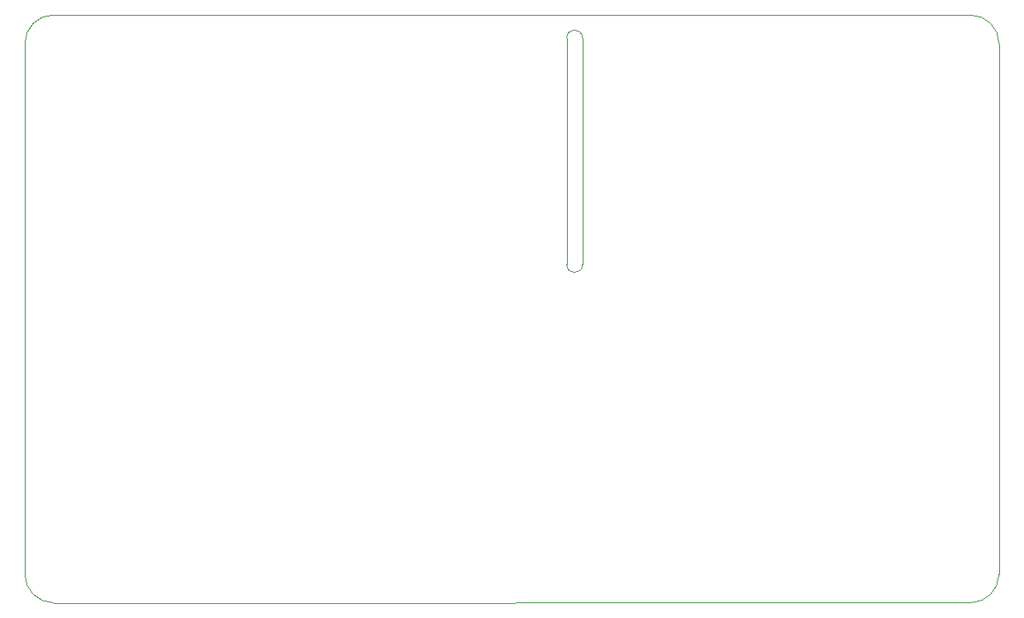
<source format=gbr>
%TF.GenerationSoftware,KiCad,Pcbnew,7.0.2*%
%TF.CreationDate,2024-06-27T10:52:01-03:00*%
%TF.ProjectId,Irrigation_IoT,49727269-6761-4746-996f-6e5f496f542e,rev?*%
%TF.SameCoordinates,Original*%
%TF.FileFunction,Profile,NP*%
%FSLAX46Y46*%
G04 Gerber Fmt 4.6, Leading zero omitted, Abs format (unit mm)*
G04 Created by KiCad (PCBNEW 7.0.2) date 2024-06-27 10:52:01*
%MOMM*%
%LPD*%
G01*
G04 APERTURE LIST*
%TA.AperFunction,Profile*%
%ADD10C,0.100000*%
%TD*%
G04 APERTURE END LIST*
D10*
X126439755Y-43030184D02*
X126439755Y-66270184D01*
X128060000Y-66250184D02*
X128060000Y-43010184D01*
X126439755Y-66270184D02*
G75*
G03*
X128060000Y-66250184I809999J20000D01*
G01*
X128060000Y-43010184D02*
G75*
G03*
X126439755Y-43030184I-809999J-20000D01*
G01*
X167810000Y-100900000D02*
G75*
G03*
X170730000Y-97980000I0J2920000D01*
G01*
X170736883Y-43602625D02*
X170730000Y-97980000D01*
X70940000Y-97990000D02*
X70940000Y-43590000D01*
X70940000Y-97990000D02*
G75*
G03*
X73860000Y-100910000I2920000J0D01*
G01*
X170736875Y-43602625D02*
G75*
G03*
X167816883Y-40682625I-2919975J25D01*
G01*
X167816883Y-40682625D02*
X73860000Y-40670000D01*
X73860000Y-40670000D02*
G75*
G03*
X70940000Y-43590000I0J-2920000D01*
G01*
X167810000Y-100900000D02*
X73860000Y-100910000D01*
M02*

</source>
